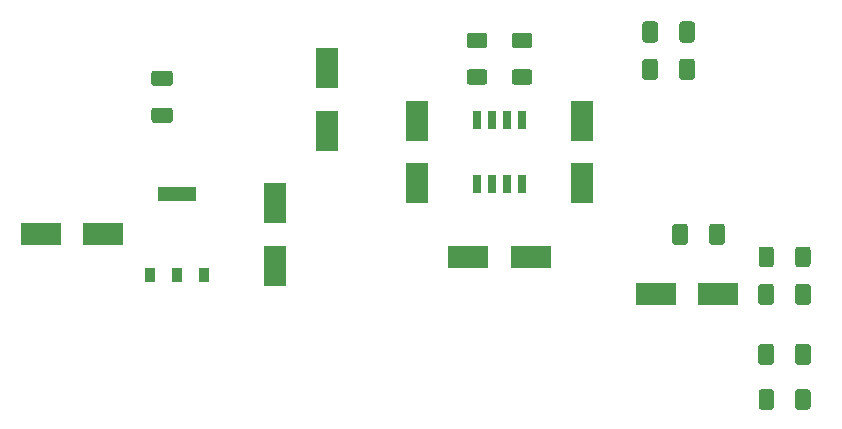
<source format=gbr>
G04 #@! TF.GenerationSoftware,KiCad,Pcbnew,(5.1.7)-1*
G04 #@! TF.CreationDate,2020-10-18T11:25:50+11:00*
G04 #@! TF.ProjectId,RX,52582e6b-6963-4616-945f-706362585858,rev?*
G04 #@! TF.SameCoordinates,Original*
G04 #@! TF.FileFunction,Paste,Top*
G04 #@! TF.FilePolarity,Positive*
%FSLAX46Y46*%
G04 Gerber Fmt 4.6, Leading zero omitted, Abs format (unit mm)*
G04 Created by KiCad (PCBNEW (5.1.7)-1) date 2020-10-18 11:25:50*
%MOMM*%
%LPD*%
G01*
G04 APERTURE LIST*
%ADD10R,3.500000X1.850000*%
%ADD11R,1.850000X3.500000*%
%ADD12R,0.950000X1.250000*%
%ADD13R,3.200000X1.250000*%
%ADD14R,0.650000X1.525000*%
G04 APERTURE END LIST*
D10*
X101490000Y-58420000D03*
X106790000Y-58420000D03*
D11*
X125730000Y-49640000D03*
X125730000Y-44340000D03*
X121285000Y-61070000D03*
X121285000Y-55770000D03*
D12*
X110730000Y-61820000D03*
X113030000Y-61820000D03*
X115330000Y-61820000D03*
D13*
X113030000Y-55020000D03*
G36*
G01*
X112410001Y-45872500D02*
X111109999Y-45872500D01*
G75*
G02*
X110860000Y-45622501I0J249999D01*
G01*
X110860000Y-44797499D01*
G75*
G02*
X111109999Y-44547500I249999J0D01*
G01*
X112410001Y-44547500D01*
G75*
G02*
X112660000Y-44797499I0J-249999D01*
G01*
X112660000Y-45622501D01*
G75*
G02*
X112410001Y-45872500I-249999J0D01*
G01*
G37*
G36*
G01*
X112410001Y-48997500D02*
X111109999Y-48997500D01*
G75*
G02*
X110860000Y-48747501I0J249999D01*
G01*
X110860000Y-47922499D01*
G75*
G02*
X111109999Y-47672500I249999J0D01*
G01*
X112410001Y-47672500D01*
G75*
G02*
X112660000Y-47922499I0J-249999D01*
G01*
X112660000Y-48747501D01*
G75*
G02*
X112410001Y-48997500I-249999J0D01*
G01*
G37*
G36*
G01*
X159412500Y-57769999D02*
X159412500Y-59070001D01*
G75*
G02*
X159162501Y-59320000I-249999J0D01*
G01*
X158337499Y-59320000D01*
G75*
G02*
X158087500Y-59070001I0J249999D01*
G01*
X158087500Y-57769999D01*
G75*
G02*
X158337499Y-57520000I249999J0D01*
G01*
X159162501Y-57520000D01*
G75*
G02*
X159412500Y-57769999I0J-249999D01*
G01*
G37*
G36*
G01*
X156287500Y-57769999D02*
X156287500Y-59070001D01*
G75*
G02*
X156037501Y-59320000I-249999J0D01*
G01*
X155212499Y-59320000D01*
G75*
G02*
X154962500Y-59070001I0J249999D01*
G01*
X154962500Y-57769999D01*
G75*
G02*
X155212499Y-57520000I249999J0D01*
G01*
X156037501Y-57520000D01*
G75*
G02*
X156287500Y-57769999I0J-249999D01*
G01*
G37*
G36*
G01*
X153747500Y-43799999D02*
X153747500Y-45100001D01*
G75*
G02*
X153497501Y-45350000I-249999J0D01*
G01*
X152672499Y-45350000D01*
G75*
G02*
X152422500Y-45100001I0J249999D01*
G01*
X152422500Y-43799999D01*
G75*
G02*
X152672499Y-43550000I249999J0D01*
G01*
X153497501Y-43550000D01*
G75*
G02*
X153747500Y-43799999I0J-249999D01*
G01*
G37*
G36*
G01*
X156872500Y-43799999D02*
X156872500Y-45100001D01*
G75*
G02*
X156622501Y-45350000I-249999J0D01*
G01*
X155797499Y-45350000D01*
G75*
G02*
X155547500Y-45100001I0J249999D01*
G01*
X155547500Y-43799999D01*
G75*
G02*
X155797499Y-43550000I249999J0D01*
G01*
X156622501Y-43550000D01*
G75*
G02*
X156872500Y-43799999I0J-249999D01*
G01*
G37*
G36*
G01*
X139055000Y-42635000D02*
X137805000Y-42635000D01*
G75*
G02*
X137555000Y-42385000I0J250000D01*
G01*
X137555000Y-41585000D01*
G75*
G02*
X137805000Y-41335000I250000J0D01*
G01*
X139055000Y-41335000D01*
G75*
G02*
X139305000Y-41585000I0J-250000D01*
G01*
X139305000Y-42385000D01*
G75*
G02*
X139055000Y-42635000I-250000J0D01*
G01*
G37*
G36*
G01*
X139055000Y-45735000D02*
X137805000Y-45735000D01*
G75*
G02*
X137555000Y-45485000I0J250000D01*
G01*
X137555000Y-44685000D01*
G75*
G02*
X137805000Y-44435000I250000J0D01*
G01*
X139055000Y-44435000D01*
G75*
G02*
X139305000Y-44685000I0J-250000D01*
G01*
X139305000Y-45485000D01*
G75*
G02*
X139055000Y-45735000I-250000J0D01*
G01*
G37*
G36*
G01*
X141615000Y-41335000D02*
X142865000Y-41335000D01*
G75*
G02*
X143115000Y-41585000I0J-250000D01*
G01*
X143115000Y-42385000D01*
G75*
G02*
X142865000Y-42635000I-250000J0D01*
G01*
X141615000Y-42635000D01*
G75*
G02*
X141365000Y-42385000I0J250000D01*
G01*
X141365000Y-41585000D01*
G75*
G02*
X141615000Y-41335000I250000J0D01*
G01*
G37*
G36*
G01*
X141615000Y-44435000D02*
X142865000Y-44435000D01*
G75*
G02*
X143115000Y-44685000I0J-250000D01*
G01*
X143115000Y-45485000D01*
G75*
G02*
X142865000Y-45735000I-250000J0D01*
G01*
X141615000Y-45735000D01*
G75*
G02*
X141365000Y-45485000I0J250000D01*
G01*
X141365000Y-44685000D01*
G75*
G02*
X141615000Y-44435000I250000J0D01*
G01*
G37*
D11*
X133350000Y-54085000D03*
X133350000Y-48785000D03*
D10*
X158860000Y-63500000D03*
X153560000Y-63500000D03*
G36*
G01*
X156872500Y-40624999D02*
X156872500Y-41925001D01*
G75*
G02*
X156622501Y-42175000I-249999J0D01*
G01*
X155797499Y-42175000D01*
G75*
G02*
X155547500Y-41925001I0J249999D01*
G01*
X155547500Y-40624999D01*
G75*
G02*
X155797499Y-40375000I249999J0D01*
G01*
X156622501Y-40375000D01*
G75*
G02*
X156872500Y-40624999I0J-249999D01*
G01*
G37*
G36*
G01*
X153747500Y-40624999D02*
X153747500Y-41925001D01*
G75*
G02*
X153497501Y-42175000I-249999J0D01*
G01*
X152672499Y-42175000D01*
G75*
G02*
X152422500Y-41925001I0J249999D01*
G01*
X152422500Y-40624999D01*
G75*
G02*
X152672499Y-40375000I249999J0D01*
G01*
X153497501Y-40375000D01*
G75*
G02*
X153747500Y-40624999I0J-249999D01*
G01*
G37*
X137685000Y-60325000D03*
X142985000Y-60325000D03*
D11*
X147320000Y-48785000D03*
X147320000Y-54085000D03*
G36*
G01*
X163565000Y-62849999D02*
X163565000Y-64150001D01*
G75*
G02*
X163315001Y-64400000I-249999J0D01*
G01*
X162489999Y-64400000D01*
G75*
G02*
X162240000Y-64150001I0J249999D01*
G01*
X162240000Y-62849999D01*
G75*
G02*
X162489999Y-62600000I249999J0D01*
G01*
X163315001Y-62600000D01*
G75*
G02*
X163565000Y-62849999I0J-249999D01*
G01*
G37*
G36*
G01*
X166690000Y-62849999D02*
X166690000Y-64150001D01*
G75*
G02*
X166440001Y-64400000I-249999J0D01*
G01*
X165614999Y-64400000D01*
G75*
G02*
X165365000Y-64150001I0J249999D01*
G01*
X165365000Y-62849999D01*
G75*
G02*
X165614999Y-62600000I249999J0D01*
G01*
X166440001Y-62600000D01*
G75*
G02*
X166690000Y-62849999I0J-249999D01*
G01*
G37*
G36*
G01*
X166690000Y-67929999D02*
X166690000Y-69230001D01*
G75*
G02*
X166440001Y-69480000I-249999J0D01*
G01*
X165614999Y-69480000D01*
G75*
G02*
X165365000Y-69230001I0J249999D01*
G01*
X165365000Y-67929999D01*
G75*
G02*
X165614999Y-67680000I249999J0D01*
G01*
X166440001Y-67680000D01*
G75*
G02*
X166690000Y-67929999I0J-249999D01*
G01*
G37*
G36*
G01*
X163565000Y-67929999D02*
X163565000Y-69230001D01*
G75*
G02*
X163315001Y-69480000I-249999J0D01*
G01*
X162489999Y-69480000D01*
G75*
G02*
X162240000Y-69230001I0J249999D01*
G01*
X162240000Y-67929999D01*
G75*
G02*
X162489999Y-67680000I249999J0D01*
G01*
X163315001Y-67680000D01*
G75*
G02*
X163565000Y-67929999I0J-249999D01*
G01*
G37*
D14*
X138430000Y-54147000D03*
X139700000Y-54147000D03*
X140970000Y-54147000D03*
X142240000Y-54147000D03*
X142240000Y-48723000D03*
X140970000Y-48723000D03*
X139700000Y-48723000D03*
X138430000Y-48723000D03*
G36*
G01*
X166665000Y-59700000D02*
X166665000Y-60950000D01*
G75*
G02*
X166415000Y-61200000I-250000J0D01*
G01*
X165615000Y-61200000D01*
G75*
G02*
X165365000Y-60950000I0J250000D01*
G01*
X165365000Y-59700000D01*
G75*
G02*
X165615000Y-59450000I250000J0D01*
G01*
X166415000Y-59450000D01*
G75*
G02*
X166665000Y-59700000I0J-250000D01*
G01*
G37*
G36*
G01*
X163565000Y-59700000D02*
X163565000Y-60950000D01*
G75*
G02*
X163315000Y-61200000I-250000J0D01*
G01*
X162515000Y-61200000D01*
G75*
G02*
X162265000Y-60950000I0J250000D01*
G01*
X162265000Y-59700000D01*
G75*
G02*
X162515000Y-59450000I250000J0D01*
G01*
X163315000Y-59450000D01*
G75*
G02*
X163565000Y-59700000I0J-250000D01*
G01*
G37*
G36*
G01*
X163565000Y-71765000D02*
X163565000Y-73015000D01*
G75*
G02*
X163315000Y-73265000I-250000J0D01*
G01*
X162515000Y-73265000D01*
G75*
G02*
X162265000Y-73015000I0J250000D01*
G01*
X162265000Y-71765000D01*
G75*
G02*
X162515000Y-71515000I250000J0D01*
G01*
X163315000Y-71515000D01*
G75*
G02*
X163565000Y-71765000I0J-250000D01*
G01*
G37*
G36*
G01*
X166665000Y-71765000D02*
X166665000Y-73015000D01*
G75*
G02*
X166415000Y-73265000I-250000J0D01*
G01*
X165615000Y-73265000D01*
G75*
G02*
X165365000Y-73015000I0J250000D01*
G01*
X165365000Y-71765000D01*
G75*
G02*
X165615000Y-71515000I250000J0D01*
G01*
X166415000Y-71515000D01*
G75*
G02*
X166665000Y-71765000I0J-250000D01*
G01*
G37*
M02*

</source>
